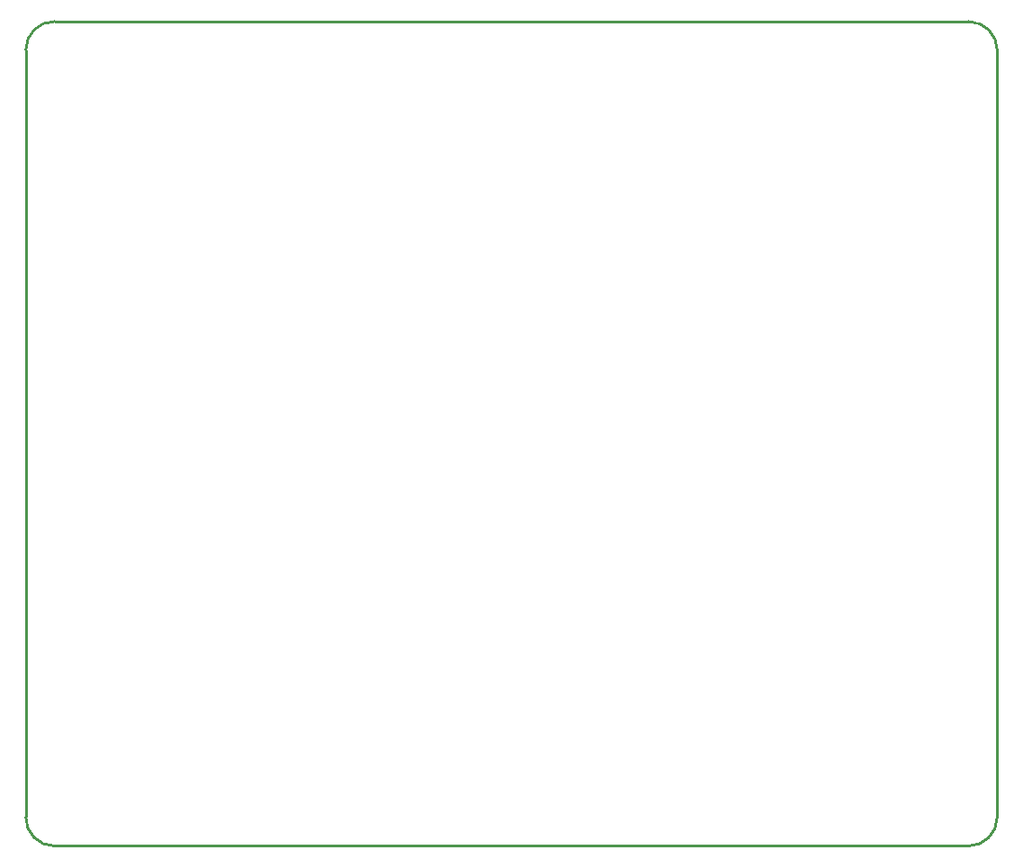
<source format=gko>
%FSLAX44Y44*%
%MOMM*%
G71*
G01*
G75*
G04 Layer_Color=16711935*
%ADD10R,0.4064X2.1082*%
%ADD11R,4.1000X2.1082*%
%ADD12R,1.2000X1.4000*%
%ADD13R,1.4500X0.5500*%
%ADD14R,1.3000X1.5000*%
%ADD15R,1.4000X1.2000*%
%ADD16O,0.2500X1.5500*%
%ADD17O,1.5500X0.2500*%
%ADD18R,0.4064X1.3208*%
%ADD19R,1.8000X1.6000*%
%ADD20R,2.0000X1.1000*%
%ADD21R,2.0000X2.0000*%
%ADD22R,1.1000X2.0000*%
%ADD23R,2.1000X3.2000*%
%ADD24R,2.1000X0.9000*%
%ADD25R,1.0000X0.6000*%
%ADD26O,1.7000X0.6000*%
%ADD27C,0.2000*%
%ADD28C,0.5000*%
%ADD29C,0.4000*%
%ADD30C,1.0000*%
%ADD31C,2.5000*%
%ADD32C,2.0000*%
%ADD33R,1.5748X1.5748*%
%ADD34C,1.5748*%
%ADD35C,2.8448*%
%ADD36O,1.5000X2.2000*%
%ADD37O,2.2000X1.5000*%
%ADD38O,0.8500X2.0000*%
%ADD39O,1.0500X1.2500*%
%ADD40R,1.6900X1.6900*%
%ADD41C,1.6900*%
%ADD42C,4.7600*%
%ADD43O,0.8000X1.4220*%
%ADD44C,1.5000*%
%ADD45O,2.0000X4.5000*%
%ADD46O,4.5000X2.0000*%
%ADD47C,4.8000*%
%ADD48C,0.4000*%
%ADD49C,0.5500*%
%ADD50C,0.2540*%
%ADD51C,0.6000*%
%ADD52C,0.2500*%
%ADD53C,0.2032*%
%ADD54C,0.1000*%
%ADD55C,0.0254*%
%ADD56C,0.1500*%
%ADD57C,0.1270*%
%ADD58R,9.1186X0.3810*%
%ADD59R,0.6350X0.6350*%
%ADD60R,0.6064X2.3082*%
%ADD61R,4.3000X2.3082*%
%ADD62R,1.4000X1.6000*%
%ADD63R,1.6500X0.7500*%
%ADD64R,1.5000X1.7000*%
%ADD65R,1.6000X1.4000*%
%ADD66O,0.4500X1.7500*%
%ADD67O,1.7500X0.4500*%
%ADD68R,0.6064X1.5208*%
%ADD69R,2.0000X1.8000*%
%ADD70R,2.2000X1.3000*%
%ADD71R,2.2000X2.2000*%
%ADD72R,1.3000X2.2000*%
%ADD73R,2.3000X3.4000*%
%ADD74R,2.3000X1.1000*%
%ADD75R,1.2000X0.8000*%
%ADD76O,1.9000X0.8000*%
%ADD77C,2.7000*%
%ADD78C,2.2000*%
%ADD79R,1.7748X1.7748*%
%ADD80C,1.7748*%
%ADD81C,3.0448*%
%ADD82C,0.2000*%
%ADD83O,1.7000X2.4000*%
%ADD84O,2.4000X1.7000*%
%ADD85O,1.0500X2.2000*%
%ADD86O,1.2500X1.4500*%
%ADD87R,1.8900X1.8900*%
%ADD88C,1.8900*%
%ADD89C,4.9600*%
%ADD90O,1.0000X1.6220*%
%ADD91C,1.7000*%
%ADD92O,2.2000X4.7000*%
%ADD93O,4.7000X2.2000*%
%ADD94C,5.0000*%
%ADD95C,0.6000*%
%ADD96C,0.7500*%
D50*
X4588000Y1644069D02*
G03*
X4615000Y1670930I69J26931D01*
G01*
Y2393270D02*
G03*
X4588014Y2419999I-26857J-129D01*
G01*
X3727206Y2420121D02*
G03*
X3700008Y2393198I-264J-26933D01*
G01*
X3700010Y1671266D02*
G03*
X3727000Y1644000I27000J-264D01*
G01*
X3727206Y2420093D02*
X4588014Y2419999D01*
X3699999Y1671266D02*
Y2393198D01*
X4615000Y1670930D02*
Y2393270D01*
X3727000Y1644069D02*
X4588000D01*
M02*

</source>
